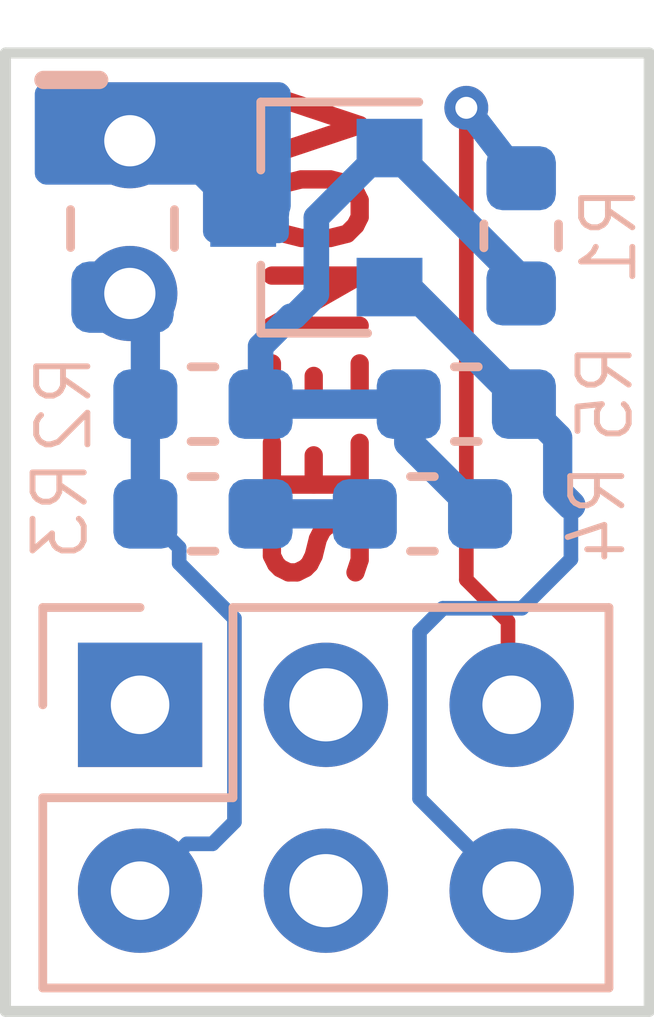
<source format=kicad_pcb>
(kicad_pcb (version 20171130) (host pcbnew "(5.0.1-3-g963ef8bb5)")

  (general
    (thickness 1.6)
    (drawings 7)
    (tracks 47)
    (zones 0)
    (modules 8)
    (nets 7)
  )

  (page A4)
  (layers
    (0 F.Cu signal)
    (31 B.Cu signal)
    (32 B.Adhes user)
    (33 F.Adhes user)
    (34 B.Paste user)
    (35 F.Paste user)
    (36 B.SilkS user)
    (37 F.SilkS user)
    (38 B.Mask user)
    (39 F.Mask user)
    (40 Dwgs.User user)
    (41 Cmts.User user hide)
    (42 Eco1.User user)
    (43 Eco2.User user)
    (44 Edge.Cuts user)
    (45 Margin user)
    (46 B.CrtYd user)
    (47 F.CrtYd user)
    (48 B.Fab user hide)
    (49 F.Fab user hide)
  )

  (setup
    (last_trace_width 0.6)
    (user_trace_width 0.2)
    (user_trace_width 0.35)
    (user_trace_width 0.4)
    (user_trace_width 0.6)
    (user_trace_width 1.25)
    (user_trace_width 2)
    (user_trace_width 5)
    (user_trace_width 10)
    (trace_clearance 0.153)
    (zone_clearance 0.2)
    (zone_45_only no)
    (trace_min 0.153)
    (segment_width 0.15)
    (edge_width 0.15)
    (via_size 0.6)
    (via_drill 0.3)
    (via_min_size 0.456)
    (via_min_drill 0.201)
    (user_via 1.3 0.7)
    (uvia_size 0.3)
    (uvia_drill 0.1)
    (uvias_allowed no)
    (uvia_min_size 0.2)
    (uvia_min_drill 0.1)
    (pcb_text_width 0.3)
    (pcb_text_size 1 1)
    (mod_edge_width 0.15)
    (mod_text_size 0.7 0.7)
    (mod_text_width 0.08)
    (pad_size 0.975 1.4)
    (pad_drill 0)
    (pad_to_mask_clearance 0.15)
    (solder_mask_min_width 0.25)
    (pad_to_paste_clearance_ratio -0.04)
    (aux_axis_origin 0 0)
    (visible_elements FFFDFF7F)
    (pcbplotparams
      (layerselection 0x031c0_ffffffff)
      (usegerberextensions false)
      (usegerberattributes false)
      (usegerberadvancedattributes false)
      (creategerberjobfile true)
      (gerberprecision 5)
      (excludeedgelayer true)
      (linewidth 0.021524)
      (plotframeref false)
      (viasonmask true)
      (mode 1)
      (useauxorigin false)
      (hpglpennumber 1)
      (hpglpenspeed 20)
      (hpglpendiameter 15.000000)
      (psnegative false)
      (psa4output false)
      (plotreference false)
      (plotvalue false)
      (plotinvisibletext false)
      (padsonsilk false)
      (subtractmaskfromsilk false)
      (outputformat 1)
      (mirror false)
      (drillshape 0)
      (scaleselection 1)
      (outputdirectory "./"))
  )

  (net 0 "")
  (net 1 "Net-(J2-Pad1)")
  (net 2 "Net-(J1-Pad2)")
  (net 3 "Net-(J1-Pad5)")
  (net 4 GND)
  (net 5 "Net-(Q1-Pad1)")
  (net 6 "Net-(R3-Pad2)")

  (net_class Default "This is the default net class."
    (clearance 0.153)
    (trace_width 0.153)
    (via_dia 0.6)
    (via_drill 0.3)
    (uvia_dia 0.3)
    (uvia_drill 0.1)
    (add_net GND)
    (add_net "Net-(J1-Pad2)")
    (add_net "Net-(J1-Pad5)")
    (add_net "Net-(J2-Pad1)")
    (add_net "Net-(Q1-Pad1)")
    (add_net "Net-(R3-Pad2)")
  )

  (module Resistor_SMD:R_0805_2012Metric (layer B.Cu) (tedit 5D962DE7) (tstamp 5D751C31)
    (at -2.8 -10.6 270)
    (descr "Resistor SMD 0805 (2012 Metric), square (rectangular) end terminal, IPC_7351 nominal, (Body size source: https://docs.google.com/spreadsheets/d/1BsfQQcO9C6DZCsRaXUlFlo91Tg2WpOkGARC1WS5S8t0/edit?usp=sharing), generated with kicad-footprint-generator")
    (tags resistor)
    (path /5D692F75)
    (attr smd)
    (fp_text reference J2 (at 0 1.65 270) (layer B.SilkS) hide
      (effects (font (size 1 1) (thickness 0.15)) (justify mirror))
    )
    (fp_text value Conn_01x02_Male (at 0 -1.65 270) (layer B.Fab)
      (effects (font (size 1 1) (thickness 0.15)) (justify mirror))
    )
    (fp_text user %R (at 0 0 270) (layer B.Fab)
      (effects (font (size 0.5 0.5) (thickness 0.08)) (justify mirror))
    )
    (fp_line (start 1.68 -0.95) (end -1.68 -0.95) (layer B.CrtYd) (width 0.05))
    (fp_line (start 1.68 0.95) (end 1.68 -0.95) (layer B.CrtYd) (width 0.05))
    (fp_line (start -1.68 0.95) (end 1.68 0.95) (layer B.CrtYd) (width 0.05))
    (fp_line (start -1.68 -0.95) (end -1.68 0.95) (layer B.CrtYd) (width 0.05))
    (fp_line (start -0.258578 -0.71) (end 0.258578 -0.71) (layer B.SilkS) (width 0.12))
    (fp_line (start -0.258578 0.71) (end 0.258578 0.71) (layer B.SilkS) (width 0.12))
    (fp_line (start 1 -0.6) (end -1 -0.6) (layer B.Fab) (width 0.1))
    (fp_line (start 1 0.6) (end 1 -0.6) (layer B.Fab) (width 0.1))
    (fp_line (start -1 0.6) (end 1 0.6) (layer B.Fab) (width 0.1))
    (fp_line (start -1 -0.6) (end -1 0.6) (layer B.Fab) (width 0.1))
    (pad 2 smd roundrect (at 0.9375 0 270) (size 0.975 1.4) (layers B.Cu B.Paste B.Mask) (roundrect_rratio 0.25)
      (net 2 "Net-(J1-Pad2)"))
    (pad 1 smd roundrect (at -1.3 0 270) (size 0.975 1.4) (layers B.Cu B.Paste B.Mask) (roundrect_rratio 0.25)
      (net 1 "Net-(J2-Pad1)"))
    (model ${KISYS3DMOD}/Resistor_SMD.3dshapes/R_0805_2012Metric.wrl
      (at (xyz 0 0 0))
      (scale (xyz 1 1 1))
      (rotate (xyz 0 0 0))
    )
  )

  (module Resistor_SMD:R_0603_1608Metric (layer B.Cu) (tedit 5B301BBD) (tstamp 5D745395)
    (at 2.65 -10.5 90)
    (descr "Resistor SMD 0603 (1608 Metric), square (rectangular) end terminal, IPC_7351 nominal, (Body size source: http://www.tortai-tech.com/upload/download/2011102023233369053.pdf), generated with kicad-footprint-generator")
    (tags resistor)
    (path /5D696715)
    (attr smd)
    (fp_text reference R1 (at 0 1.2 90) (layer B.SilkS)
      (effects (font (size 0.7 0.7) (thickness 0.08)) (justify mirror))
    )
    (fp_text value 10K (at 0 -1.43 90) (layer B.Fab)
      (effects (font (size 0.7 0.7) (thickness 0.08)) (justify mirror))
    )
    (fp_line (start -0.8 -0.4) (end -0.8 0.4) (layer B.Fab) (width 0.1))
    (fp_line (start -0.8 0.4) (end 0.8 0.4) (layer B.Fab) (width 0.1))
    (fp_line (start 0.8 0.4) (end 0.8 -0.4) (layer B.Fab) (width 0.1))
    (fp_line (start 0.8 -0.4) (end -0.8 -0.4) (layer B.Fab) (width 0.1))
    (fp_line (start -0.162779 0.51) (end 0.162779 0.51) (layer B.SilkS) (width 0.12))
    (fp_line (start -0.162779 -0.51) (end 0.162779 -0.51) (layer B.SilkS) (width 0.12))
    (fp_line (start -1.48 -0.73) (end -1.48 0.73) (layer B.CrtYd) (width 0.05))
    (fp_line (start -1.48 0.73) (end 1.48 0.73) (layer B.CrtYd) (width 0.05))
    (fp_line (start 1.48 0.73) (end 1.48 -0.73) (layer B.CrtYd) (width 0.05))
    (fp_line (start 1.48 -0.73) (end -1.48 -0.73) (layer B.CrtYd) (width 0.05))
    (fp_text user %R (at 0 0 90) (layer B.Fab)
      (effects (font (size 0.4 0.4) (thickness 0.06)) (justify mirror))
    )
    (pad 1 smd roundrect (at -0.7875 0 90) (size 0.875 0.95) (layers B.Cu B.Paste B.Mask) (roundrect_rratio 0.25)
      (net 5 "Net-(Q1-Pad1)"))
    (pad 2 smd roundrect (at 0.7875 0 90) (size 0.875 0.95) (layers B.Cu B.Paste B.Mask) (roundrect_rratio 0.25)
      (net 3 "Net-(J1-Pad5)"))
    (model ${KISYS3DMOD}/Resistor_SMD.3dshapes/R_0603_1608Metric.wrl
      (at (xyz 0 0 0))
      (scale (xyz 1 1 1))
      (rotate (xyz 0 0 0))
    )
  )

  (module Connector_PinHeader_2.54mm:PinHeader_2x03_P2.54mm_Vertical (layer B.Cu) (tedit 5D705CF9) (tstamp 5D745345)
    (at -2.56 -4.09 270)
    (descr "Through hole straight pin header, 2x03, 2.54mm pitch, double rows")
    (tags "Through hole pin header THT 2x03 2.54mm double row")
    (path /5D69220A)
    (fp_text reference J1 (at 1.27 2.33 270) (layer B.SilkS) hide
      (effects (font (size 0.7 0.7) (thickness 0.08)) (justify mirror))
    )
    (fp_text value Conn_02x03_Odd_Even (at 1.27 -7.41 270) (layer B.Fab)
      (effects (font (size 0.7 0.7) (thickness 0.08)) (justify mirror))
    )
    (fp_line (start 0 1.27) (end 3.81 1.27) (layer B.Fab) (width 0.1))
    (fp_line (start 3.81 1.27) (end 3.81 -6.35) (layer B.Fab) (width 0.1))
    (fp_line (start 3.81 -6.35) (end -1.27 -6.35) (layer B.Fab) (width 0.1))
    (fp_line (start -1.27 -6.35) (end -1.27 0) (layer B.Fab) (width 0.1))
    (fp_line (start -1.27 0) (end 0 1.27) (layer B.Fab) (width 0.1))
    (fp_line (start -1.33 -6.41) (end 3.87 -6.41) (layer B.SilkS) (width 0.12))
    (fp_line (start -1.33 -1.27) (end -1.33 -6.41) (layer B.SilkS) (width 0.12))
    (fp_line (start 3.87 1.33) (end 3.87 -6.41) (layer B.SilkS) (width 0.12))
    (fp_line (start -1.33 -1.27) (end 1.27 -1.27) (layer B.SilkS) (width 0.12))
    (fp_line (start 1.27 -1.27) (end 1.27 1.33) (layer B.SilkS) (width 0.12))
    (fp_line (start 1.27 1.33) (end 3.87 1.33) (layer B.SilkS) (width 0.12))
    (fp_line (start -1.33 0) (end -1.33 1.33) (layer B.SilkS) (width 0.12))
    (fp_line (start -1.33 1.33) (end 0 1.33) (layer B.SilkS) (width 0.12))
    (fp_line (start -1.8 1.8) (end -1.8 -6.85) (layer B.CrtYd) (width 0.05))
    (fp_line (start -1.8 -6.85) (end 4.35 -6.85) (layer B.CrtYd) (width 0.05))
    (fp_line (start 4.35 -6.85) (end 4.35 1.8) (layer B.CrtYd) (width 0.05))
    (fp_line (start 4.35 1.8) (end -1.8 1.8) (layer B.CrtYd) (width 0.05))
    (fp_text user %R (at 1.27 -2.54 180) (layer B.Fab)
      (effects (font (size 1 1) (thickness 0.15)) (justify mirror))
    )
    (pad 1 thru_hole rect (at 0 0 270) (size 1.7 1.7) (drill 0.8) (layers *.Cu *.Mask))
    (pad 2 thru_hole oval (at 2.54 0 270) (size 1.7 1.7) (drill 0.8) (layers *.Cu *.Mask)
      (net 2 "Net-(J1-Pad2)"))
    (pad 3 thru_hole oval (at 0 -2.54 270) (size 1.7 1.7) (drill 1) (layers *.Cu *.Mask))
    (pad 4 thru_hole oval (at 2.54 -2.54 270) (size 1.7 1.7) (drill 1) (layers *.Cu *.Mask))
    (pad 5 thru_hole oval (at 0 -5.08 270) (size 1.7 1.7) (drill 0.8) (layers *.Cu *.Mask)
      (net 3 "Net-(J1-Pad5)"))
    (pad 6 thru_hole oval (at 2.54 -5.08 270) (size 1.7 1.7) (drill 0.8) (layers *.Cu *.Mask)
      (net 4 GND))
    (model ${KISYS3DMOD}/Connector_PinHeader_2.54mm.3dshapes/PinHeader_2x03_P2.54mm_Vertical.wrl
      (at (xyz 0 0 0))
      (scale (xyz 1 1 1))
      (rotate (xyz 0 0 0))
    )
  )

  (module Package_TO_SOT_SMD:SOT-23 (layer B.Cu) (tedit 5D70595E) (tstamp 5D745384)
    (at -0.15 -10.75 180)
    (descr "SOT-23, Standard")
    (tags SOT-23)
    (path /5D75E9E2)
    (attr smd)
    (fp_text reference Q1 (at 1.25 1.9 180) (layer B.SilkS) hide
      (effects (font (size 0.7 0.7) (thickness 0.08)) (justify mirror))
    )
    (fp_text value BC817 (at 0 -2.5 180) (layer B.Fab)
      (effects (font (size 0.7 0.7) (thickness 0.08)) (justify mirror))
    )
    (fp_text user %R (at 0 0 90) (layer B.Fab)
      (effects (font (size 0.5 0.5) (thickness 0.075)) (justify mirror))
    )
    (fp_line (start -0.7 0.95) (end -0.7 -1.5) (layer B.Fab) (width 0.1))
    (fp_line (start -0.15 1.52) (end 0.7 1.52) (layer B.Fab) (width 0.1))
    (fp_line (start -0.7 0.95) (end -0.15 1.52) (layer B.Fab) (width 0.1))
    (fp_line (start 0.7 1.52) (end 0.7 -1.52) (layer B.Fab) (width 0.1))
    (fp_line (start -0.7 -1.52) (end 0.7 -1.52) (layer B.Fab) (width 0.1))
    (fp_line (start 0.76 -1.58) (end 0.76 -0.65) (layer B.SilkS) (width 0.12))
    (fp_line (start 0.76 1.58) (end 0.76 0.65) (layer B.SilkS) (width 0.12))
    (fp_line (start -1.7 1.75) (end 1.7 1.75) (layer B.CrtYd) (width 0.05))
    (fp_line (start 1.7 1.75) (end 1.7 -1.75) (layer B.CrtYd) (width 0.05))
    (fp_line (start 1.7 -1.75) (end -1.7 -1.75) (layer B.CrtYd) (width 0.05))
    (fp_line (start -1.7 -1.75) (end -1.7 1.75) (layer B.CrtYd) (width 0.05))
    (fp_line (start 0.76 1.58) (end -1.4 1.58) (layer B.SilkS) (width 0.12))
    (fp_line (start 0.76 -1.58) (end -0.7 -1.58) (layer B.SilkS) (width 0.12))
    (pad 1 smd rect (at -1 0.95 180) (size 0.9 0.8) (layers B.Cu B.Paste B.Mask)
      (net 5 "Net-(Q1-Pad1)"))
    (pad 2 smd rect (at -1 -0.95 180) (size 0.9 0.8) (layers B.Cu B.Paste B.Mask)
      (net 4 GND))
    (pad 3 smd rect (at 1 0 180) (size 0.9 0.8) (layers B.Cu B.Paste B.Mask)
      (net 1 "Net-(J2-Pad1)"))
    (model ${KISYS3DMOD}/Package_TO_SOT_SMD.3dshapes/SOT-23.wrl
      (at (xyz 0 0 0))
      (scale (xyz 1 1 1))
      (rotate (xyz 0 0 0))
    )
  )

  (module Resistor_SMD:R_0603_1608Metric (layer B.Cu) (tedit 5B301BBD) (tstamp 5D7453A6)
    (at -1.7 -8.2)
    (descr "Resistor SMD 0603 (1608 Metric), square (rectangular) end terminal, IPC_7351 nominal, (Body size source: http://www.tortai-tech.com/upload/download/2011102023233369053.pdf), generated with kicad-footprint-generator")
    (tags resistor)
    (path /5D69555B)
    (attr smd)
    (fp_text reference R2 (at -1.9 0 90) (layer B.SilkS)
      (effects (font (size 0.7 0.7) (thickness 0.08)) (justify mirror))
    )
    (fp_text value 10K (at 0 -1.43) (layer B.Fab)
      (effects (font (size 0.7 0.7) (thickness 0.08)) (justify mirror))
    )
    (fp_text user %R (at 0 0) (layer B.Fab)
      (effects (font (size 0.4 0.4) (thickness 0.06)) (justify mirror))
    )
    (fp_line (start 1.48 -0.73) (end -1.48 -0.73) (layer B.CrtYd) (width 0.05))
    (fp_line (start 1.48 0.73) (end 1.48 -0.73) (layer B.CrtYd) (width 0.05))
    (fp_line (start -1.48 0.73) (end 1.48 0.73) (layer B.CrtYd) (width 0.05))
    (fp_line (start -1.48 -0.73) (end -1.48 0.73) (layer B.CrtYd) (width 0.05))
    (fp_line (start -0.162779 -0.51) (end 0.162779 -0.51) (layer B.SilkS) (width 0.12))
    (fp_line (start -0.162779 0.51) (end 0.162779 0.51) (layer B.SilkS) (width 0.12))
    (fp_line (start 0.8 -0.4) (end -0.8 -0.4) (layer B.Fab) (width 0.1))
    (fp_line (start 0.8 0.4) (end 0.8 -0.4) (layer B.Fab) (width 0.1))
    (fp_line (start -0.8 0.4) (end 0.8 0.4) (layer B.Fab) (width 0.1))
    (fp_line (start -0.8 -0.4) (end -0.8 0.4) (layer B.Fab) (width 0.1))
    (pad 2 smd roundrect (at 0.7875 0) (size 0.875 0.95) (layers B.Cu B.Paste B.Mask) (roundrect_rratio 0.25)
      (net 5 "Net-(Q1-Pad1)"))
    (pad 1 smd roundrect (at -0.7875 0) (size 0.875 0.95) (layers B.Cu B.Paste B.Mask) (roundrect_rratio 0.25)
      (net 2 "Net-(J1-Pad2)"))
    (model ${KISYS3DMOD}/Resistor_SMD.3dshapes/R_0603_1608Metric.wrl
      (at (xyz 0 0 0))
      (scale (xyz 1 1 1))
      (rotate (xyz 0 0 0))
    )
  )

  (module Resistor_SMD:R_0603_1608Metric (layer B.Cu) (tedit 5B301BBD) (tstamp 5D7453B7)
    (at -1.7 -6.7)
    (descr "Resistor SMD 0603 (1608 Metric), square (rectangular) end terminal, IPC_7351 nominal, (Body size source: http://www.tortai-tech.com/upload/download/2011102023233369053.pdf), generated with kicad-footprint-generator")
    (tags resistor)
    (path /5D695520)
    (attr smd)
    (fp_text reference R3 (at -1.95 -0.05 90) (layer B.SilkS)
      (effects (font (size 0.7 0.7) (thickness 0.08)) (justify mirror))
    )
    (fp_text value 1K (at 0 -1.43) (layer B.Fab)
      (effects (font (size 0.7 0.7) (thickness 0.08)) (justify mirror))
    )
    (fp_line (start -0.8 -0.4) (end -0.8 0.4) (layer B.Fab) (width 0.1))
    (fp_line (start -0.8 0.4) (end 0.8 0.4) (layer B.Fab) (width 0.1))
    (fp_line (start 0.8 0.4) (end 0.8 -0.4) (layer B.Fab) (width 0.1))
    (fp_line (start 0.8 -0.4) (end -0.8 -0.4) (layer B.Fab) (width 0.1))
    (fp_line (start -0.162779 0.51) (end 0.162779 0.51) (layer B.SilkS) (width 0.12))
    (fp_line (start -0.162779 -0.51) (end 0.162779 -0.51) (layer B.SilkS) (width 0.12))
    (fp_line (start -1.48 -0.73) (end -1.48 0.73) (layer B.CrtYd) (width 0.05))
    (fp_line (start -1.48 0.73) (end 1.48 0.73) (layer B.CrtYd) (width 0.05))
    (fp_line (start 1.48 0.73) (end 1.48 -0.73) (layer B.CrtYd) (width 0.05))
    (fp_line (start 1.48 -0.73) (end -1.48 -0.73) (layer B.CrtYd) (width 0.05))
    (fp_text user %R (at 0 0) (layer B.Fab)
      (effects (font (size 0.4 0.4) (thickness 0.06)) (justify mirror))
    )
    (pad 1 smd roundrect (at -0.7875 0) (size 0.875 0.95) (layers B.Cu B.Paste B.Mask) (roundrect_rratio 0.25)
      (net 2 "Net-(J1-Pad2)"))
    (pad 2 smd roundrect (at 0.7875 0) (size 0.875 0.95) (layers B.Cu B.Paste B.Mask) (roundrect_rratio 0.25)
      (net 6 "Net-(R3-Pad2)"))
    (model ${KISYS3DMOD}/Resistor_SMD.3dshapes/R_0603_1608Metric.wrl
      (at (xyz 0 0 0))
      (scale (xyz 1 1 1))
      (rotate (xyz 0 0 0))
    )
  )

  (module Resistor_SMD:R_0603_1608Metric (layer B.Cu) (tedit 5B301BBD) (tstamp 5D7453C8)
    (at 1.3 -6.7)
    (descr "Resistor SMD 0603 (1608 Metric), square (rectangular) end terminal, IPC_7351 nominal, (Body size source: http://www.tortai-tech.com/upload/download/2011102023233369053.pdf), generated with kicad-footprint-generator")
    (tags resistor)
    (path /5D6954BC)
    (attr smd)
    (fp_text reference R4 (at 2.4 0 90) (layer B.SilkS)
      (effects (font (size 0.7 0.7) (thickness 0.08)) (justify mirror))
    )
    (fp_text value 10K (at 0 -1.43) (layer B.Fab)
      (effects (font (size 0.7 0.7) (thickness 0.08)) (justify mirror))
    )
    (fp_text user %R (at 0 0) (layer B.Fab)
      (effects (font (size 0.4 0.4) (thickness 0.06)) (justify mirror))
    )
    (fp_line (start 1.48 -0.73) (end -1.48 -0.73) (layer B.CrtYd) (width 0.05))
    (fp_line (start 1.48 0.73) (end 1.48 -0.73) (layer B.CrtYd) (width 0.05))
    (fp_line (start -1.48 0.73) (end 1.48 0.73) (layer B.CrtYd) (width 0.05))
    (fp_line (start -1.48 -0.73) (end -1.48 0.73) (layer B.CrtYd) (width 0.05))
    (fp_line (start -0.162779 -0.51) (end 0.162779 -0.51) (layer B.SilkS) (width 0.12))
    (fp_line (start -0.162779 0.51) (end 0.162779 0.51) (layer B.SilkS) (width 0.12))
    (fp_line (start 0.8 -0.4) (end -0.8 -0.4) (layer B.Fab) (width 0.1))
    (fp_line (start 0.8 0.4) (end 0.8 -0.4) (layer B.Fab) (width 0.1))
    (fp_line (start -0.8 0.4) (end 0.8 0.4) (layer B.Fab) (width 0.1))
    (fp_line (start -0.8 -0.4) (end -0.8 0.4) (layer B.Fab) (width 0.1))
    (pad 2 smd roundrect (at 0.7875 0) (size 0.875 0.95) (layers B.Cu B.Paste B.Mask) (roundrect_rratio 0.25)
      (net 5 "Net-(Q1-Pad1)"))
    (pad 1 smd roundrect (at -0.7875 0) (size 0.875 0.95) (layers B.Cu B.Paste B.Mask) (roundrect_rratio 0.25)
      (net 6 "Net-(R3-Pad2)"))
    (model ${KISYS3DMOD}/Resistor_SMD.3dshapes/R_0603_1608Metric.wrl
      (at (xyz 0 0 0))
      (scale (xyz 1 1 1))
      (rotate (xyz 0 0 0))
    )
  )

  (module Resistor_SMD:R_0603_1608Metric (layer B.Cu) (tedit 5B301BBD) (tstamp 5D7453D9)
    (at 1.9 -8.2)
    (descr "Resistor SMD 0603 (1608 Metric), square (rectangular) end terminal, IPC_7351 nominal, (Body size source: http://www.tortai-tech.com/upload/download/2011102023233369053.pdf), generated with kicad-footprint-generator")
    (tags resistor)
    (path /5D694337)
    (attr smd)
    (fp_text reference R5 (at 1.9 -0.15 90) (layer B.SilkS)
      (effects (font (size 0.7 0.7) (thickness 0.08)) (justify mirror))
    )
    (fp_text value 10K (at 0 -1.43) (layer B.Fab)
      (effects (font (size 0.7 0.7) (thickness 0.08)) (justify mirror))
    )
    (fp_line (start -0.8 -0.4) (end -0.8 0.4) (layer B.Fab) (width 0.1))
    (fp_line (start -0.8 0.4) (end 0.8 0.4) (layer B.Fab) (width 0.1))
    (fp_line (start 0.8 0.4) (end 0.8 -0.4) (layer B.Fab) (width 0.1))
    (fp_line (start 0.8 -0.4) (end -0.8 -0.4) (layer B.Fab) (width 0.1))
    (fp_line (start -0.162779 0.51) (end 0.162779 0.51) (layer B.SilkS) (width 0.12))
    (fp_line (start -0.162779 -0.51) (end 0.162779 -0.51) (layer B.SilkS) (width 0.12))
    (fp_line (start -1.48 -0.73) (end -1.48 0.73) (layer B.CrtYd) (width 0.05))
    (fp_line (start -1.48 0.73) (end 1.48 0.73) (layer B.CrtYd) (width 0.05))
    (fp_line (start 1.48 0.73) (end 1.48 -0.73) (layer B.CrtYd) (width 0.05))
    (fp_line (start 1.48 -0.73) (end -1.48 -0.73) (layer B.CrtYd) (width 0.05))
    (fp_text user %R (at 0 0) (layer B.Fab)
      (effects (font (size 0.4 0.4) (thickness 0.06)) (justify mirror))
    )
    (pad 1 smd roundrect (at -0.7875 0) (size 0.875 0.95) (layers B.Cu B.Paste B.Mask) (roundrect_rratio 0.25)
      (net 5 "Net-(Q1-Pad1)"))
    (pad 2 smd roundrect (at 0.7875 0) (size 0.875 0.95) (layers B.Cu B.Paste B.Mask) (roundrect_rratio 0.25)
      (net 4 GND))
    (model ${KISYS3DMOD}/Resistor_SMD.3dshapes/R_0603_1608Metric.wrl
      (at (xyz 0 0 0))
      (scale (xyz 1 1 1))
      (rotate (xyz 0 0 0))
    )
  )

  (gr_text SEENOV (at -0.1 -9.1 90) (layer F.Cu)
    (effects (font (size 1.2 1.2) (thickness 0.25)))
  )
  (gr_text - (at -3.5 -12.7) (layer B.SilkS)
    (effects (font (size 1 1) (thickness 0.25)) (justify mirror))
  )
  (gr_line (start -4.4 0.1) (end -4.4 -13) (layer Edge.Cuts) (width 0.15))
  (gr_line (start 4.4 0.1) (end -4.4 0.1) (layer Edge.Cuts) (width 0.15))
  (gr_line (start 4.4 -13) (end 4.4 0.1) (layer Edge.Cuts) (width 0.15))
  (gr_line (start -4.4 -13) (end 4.4 -13) (layer Edge.Cuts) (width 0.15))
  (gr_circle (center 0 0) (end 26.158937 0) (layer Cmts.User) (width 0.15))

  (segment (start -2.7 -11.8) (end -2.7 -11.8) (width 0.35) (layer B.Cu) (net 1) (tstamp 5D96303B))
  (via (at -2.7 -11.8) (size 1.3) (drill 0.7) (layers F.Cu B.Cu) (net 1))
  (segment (start -2.6 -6.5875) (end -2.4875 -6.7) (width 0.4) (layer B.Cu) (net 2))
  (segment (start -2.4875 -6.7) (end -2.4875 -8.2) (width 0.4) (layer B.Cu) (net 2))
  (segment (start -2.4875 -9.5) (end -2.7 -9.7125) (width 0.4) (layer B.Cu) (net 2))
  (segment (start -2.4875 -8.2) (end -2.4875 -9.5) (width 0.4) (layer B.Cu) (net 2))
  (segment (start -2.025888 -6.238388) (end -2.025888 -6.025888) (width 0.2) (layer B.Cu) (net 2))
  (segment (start -2.4875 -6.7) (end -2.025888 -6.238388) (width 0.2) (layer B.Cu) (net 2))
  (segment (start -2.025888 -6.025888) (end -1.27 -5.27) (width 0.2) (layer B.Cu) (net 2))
  (segment (start -1.27 -5.27) (end -1.27 -2.49) (width 0.2) (layer B.Cu) (net 2))
  (segment (start -1.27 -2.49) (end -1.57 -2.19) (width 0.2) (layer B.Cu) (net 2))
  (segment (start -1.92 -2.19) (end -2.56 -1.55) (width 0.2) (layer B.Cu) (net 2))
  (segment (start -1.57 -2.19) (end -1.92 -2.19) (width 0.2) (layer B.Cu) (net 2))
  (segment (start -2.7 -9.7125) (end -2.7 -9.7125) (width 0.4) (layer B.Cu) (net 2) (tstamp 5D96303D))
  (via (at -2.7 -9.7125) (size 1.3) (drill 0.7) (layers F.Cu B.Cu) (net 2))
  (segment (start 2.6 -11.3375) (end 2.65 -11.2875) (width 0.35) (layer B.Cu) (net 3))
  (segment (start 1.9 -12.25) (end 1.9 -12.25) (width 0.35) (layer B.Cu) (net 3))
  (segment (start 1.9 -12.25) (end 2.6 -11.3375) (width 0.35) (layer B.Cu) (net 3) (tstamp 5D7529F3))
  (via (at 1.9 -12.25) (size 0.6) (drill 0.3) (layers F.Cu B.Cu) (net 3))
  (segment (start 1.9 -12.25) (end 1.9 -5.8) (width 0.2) (layer F.Cu) (net 3))
  (segment (start 1.9 -5.8) (end 2.47 -5.23) (width 0.2) (layer F.Cu) (net 3))
  (segment (start 2.47 -4.14) (end 2.52 -4.09) (width 0.2) (layer F.Cu) (net 3))
  (segment (start 2.47 -5.23) (end 2.47 -4.14) (width 0.2) (layer F.Cu) (net 3))
  (segment (start 3.149112 -7.738388) (end 3.149112 -6.999112) (width 0.4) (layer B.Cu) (net 4))
  (segment (start 2.6875 -8.2) (end 3.149112 -7.738388) (width 0.4) (layer B.Cu) (net 4))
  (segment (start 3.149112 -6.999112) (end 3.329999 -6.818225) (width 0.4) (layer B.Cu) (net 4))
  (segment (start 1.0875 -9.8) (end 2.6875 -8.2) (width 0.4) (layer B.Cu) (net 4))
  (segment (start 0.85 -9.8) (end 1.0875 -9.8) (width 0.4) (layer B.Cu) (net 4))
  (segment (start 3.329999 -6.818225) (end 3.329999 -6.079999) (width 0.2) (layer B.Cu) (net 4))
  (segment (start 3.329999 -6.079999) (end 2.66 -5.41) (width 0.2) (layer B.Cu) (net 4))
  (segment (start 2.66 -5.41) (end 1.58 -5.41) (width 0.2) (layer B.Cu) (net 4))
  (segment (start 1.58 -5.41) (end 1.26 -5.09) (width 0.2) (layer B.Cu) (net 4))
  (segment (start 1.26 -2.81) (end 2.52 -1.55) (width 0.2) (layer B.Cu) (net 4))
  (segment (start 1.26 -5.09) (end 1.26 -2.81) (width 0.2) (layer B.Cu) (net 4))
  (segment (start 1.1125 -7.675) (end 2.0875 -6.7) (width 0.4) (layer B.Cu) (net 5))
  (segment (start 1.1125 -8.2) (end 1.1125 -7.675) (width 0.4) (layer B.Cu) (net 5))
  (segment (start -0.9125 -8.2) (end 1.1125 -8.2) (width 0.4) (layer B.Cu) (net 5))
  (segment (start 2.65 -9.9) (end 0.85 -11.7) (width 0.4) (layer B.Cu) (net 5))
  (segment (start 2.65 -9.7125) (end 2.65 -9.9) (width 0.4) (layer B.Cu) (net 5))
  (segment (start 0.8 -11.7) (end -0.15 -10.75) (width 0.35) (layer B.Cu) (net 5))
  (segment (start 0.85 -11.7) (end 0.8 -11.7) (width 0.35) (layer B.Cu) (net 5))
  (segment (start -0.15 -10.75) (end -0.15 -9.7) (width 0.35) (layer B.Cu) (net 5))
  (segment (start -0.15 -9.7) (end -0.45 -9.4) (width 0.35) (layer B.Cu) (net 5))
  (segment (start -0.45 -9.4) (end -0.5 -9.4) (width 0.35) (layer B.Cu) (net 5))
  (segment (start -0.9125 -8.9875) (end -0.9125 -8.2) (width 0.35) (layer B.Cu) (net 5))
  (segment (start -0.5 -9.4) (end -0.9125 -8.9875) (width 0.35) (layer B.Cu) (net 5))
  (segment (start -0.9125 -6.7) (end 0.5125 -6.7) (width 0.4) (layer B.Cu) (net 6))

  (zone (net 1) (net_name "Net-(J2-Pad1)") (layer B.Cu) (tstamp 0) (hatch edge 0.508)
    (priority 1)
    (connect_pads yes (clearance 0.2))
    (min_thickness 0.254)
    (fill yes (arc_segments 32) (thermal_gap 0.2) (thermal_bridge_width 0.26) (smoothing chamfer) (radius 0.1))
    (polygon
      (pts
        (xy -4 -12.6) (xy -0.5 -12.6) (xy -0.5 -10.4) (xy -1.7 -10.4) (xy -1.7 -11.2)
        (xy -4 -11.2)
      )
    )
    (filled_polygon
      (pts
        (xy -0.627 -12.447394) (xy -0.627 -10.906875) (xy -0.644736 -10.848408) (xy -0.652 -10.774652) (xy -0.652 -10.774643)
        (xy -0.654427 -10.75) (xy -0.652 -10.725357) (xy -0.652 -10.527606) (xy -0.652606 -10.527) (xy -1.547394 -10.527)
        (xy -1.573 -10.552606) (xy -1.573 -11.1) (xy -1.57544 -11.124776) (xy -1.582667 -11.148601) (xy -1.594403 -11.170557)
        (xy -1.610197 -11.189803) (xy -1.710197 -11.289803) (xy -1.729443 -11.305597) (xy -1.751399 -11.317333) (xy -1.775224 -11.32456)
        (xy -1.8 -11.327) (xy -3.847394 -11.327) (xy -3.873 -11.352606) (xy -3.873 -12.447394) (xy -3.847394 -12.473)
        (xy -0.652606 -12.473)
      )
    )
  )
)

</source>
